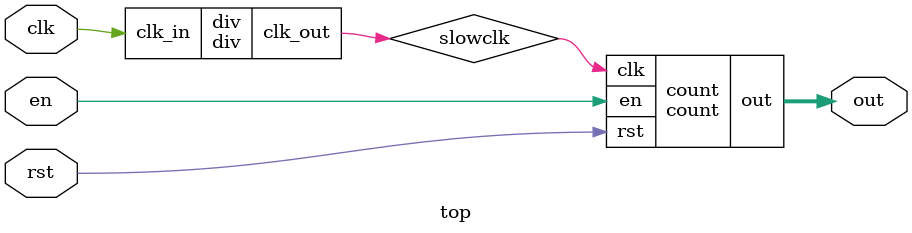
<source format=v>
module div (
	input clk_in,
	output clk_out
);

	reg [21:0] count;

	always @(posedge clk_in)
		count <= count + 1;

	assign clk_out = count[21];

endmodule

module count (
    input clk, rst, en,
    output [4:0] out
);

	reg [4:0] count;

    always @(posedge clk) begin
		if (rst) count <= 0;
		else if (en) count <= count + 1;
	end

	assign out = count;

endmodule

module top (
	input clk, rst, en,
	output [4:0] out
);

	wire slowclk;

	div div (
		.clk_in(clk),
		.clk_out(slowclk)
	);

	count count (
		// .clk(clk), // for simulation
		.clk(slowclk), // for sythesis
		.rst(rst),
		.en(en),
		.out(out)
	);

endmodule

</source>
